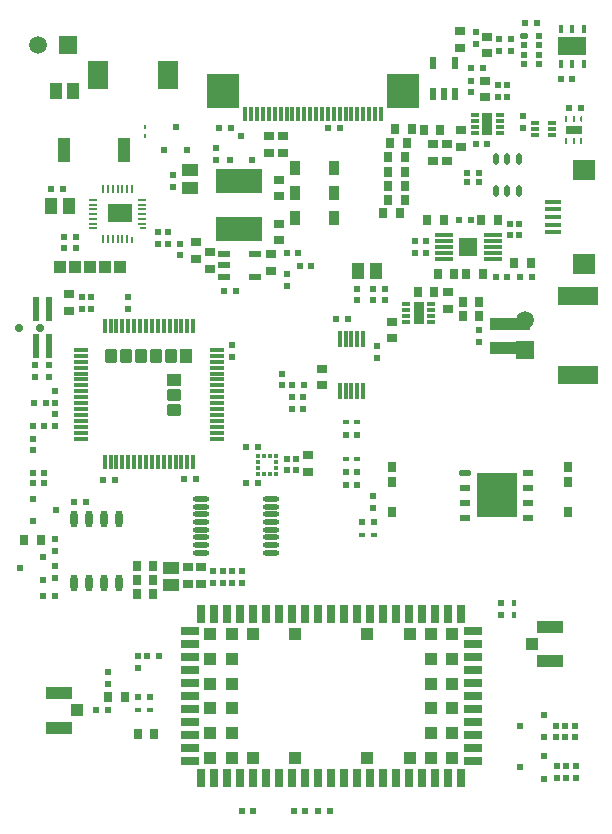
<source format=gbr>
%TF.GenerationSoftware,Altium Limited,Altium Designer,21.2.2 (38)*%
G04 Layer_Color=255*
%FSLAX45Y45*%
%MOMM*%
%TF.SameCoordinates,EE3A7C27-349B-46B6-A90B-2B7A9072729B*%
%TF.FilePolarity,Positive*%
%TF.FileFunction,Pads,Top*%
%TF.Part,Single*%
G01*
G75*
%TA.AperFunction,SMDPad,CuDef*%
%ADD11R,0.90000X0.80000*%
%ADD12R,0.80000X0.90000*%
%ADD13O,0.50000X1.00000*%
%ADD14R,0.30000X1.45000*%
%ADD15R,0.60000X0.50000*%
%ADD16R,1.10000X1.40000*%
%ADD17R,0.37500X0.35000*%
%ADD18R,0.35000X0.37500*%
%ADD19R,0.50000X0.60000*%
%ADD20O,0.60000X1.45000*%
%ADD21R,0.50000X0.30000*%
%ADD22R,0.70000X0.30000*%
%ADD23R,0.95000X1.95000*%
%ADD24R,3.50000X1.00000*%
%ADD25R,3.40000X1.50000*%
%TA.AperFunction,ConnectorPad*%
%ADD26R,1.35000X0.40000*%
%ADD27R,1.90000X1.80000*%
%TA.AperFunction,SMDPad,CuDef*%
G04:AMPARAMS|DCode=28|XSize=0.5mm|YSize=0.25mm|CornerRadius=0.0625mm|HoleSize=0mm|Usage=FLASHONLY|Rotation=90.000|XOffset=0mm|YOffset=0mm|HoleType=Round|Shape=RoundedRectangle|*
%AMROUNDEDRECTD28*
21,1,0.50000,0.12500,0,0,90.0*
21,1,0.37500,0.25000,0,0,90.0*
1,1,0.12500,0.06250,0.18750*
1,1,0.12500,0.06250,-0.18750*
1,1,0.12500,-0.06250,-0.18750*
1,1,0.12500,-0.06250,0.18750*
%
%ADD28ROUNDEDRECTD28*%
%ADD29R,0.25000X0.50000*%
%ADD30R,1.35000X0.65000*%
%ADD31R,0.67000X0.30000*%
%ADD32R,0.40000X0.80000*%
%ADD33R,2.40000X1.50000*%
G04:AMPARAMS|DCode=34|XSize=0.5mm|YSize=0.6mm|CornerRadius=0mm|HoleSize=0mm|Usage=FLASHONLY|Rotation=270.000|XOffset=0mm|YOffset=0mm|HoleType=Round|Shape=Octagon|*
%AMOCTAGOND34*
4,1,8,0.30000,0.12500,0.30000,-0.12500,0.17500,-0.25000,-0.17500,-0.25000,-0.30000,-0.12500,-0.30000,0.12500,-0.17500,0.25000,0.17500,0.25000,0.30000,0.12500,0.0*
%
%ADD34OCTAGOND34*%

%ADD35R,0.60000X1.10000*%
%ADD36R,2.70000X3.00000*%
%ADD37R,0.30000X1.20000*%
%ADD38R,1.40000X1.10000*%
%ADD39R,4.00000X2.00000*%
%ADD40R,1.10000X0.60000*%
%ADD41R,0.55000X2.00000*%
%ADD42R,1.00000X2.00000*%
%ADD43R,1.80000X2.40000*%
%TA.AperFunction,BGAPad,CuDef*%
%ADD44R,1.10000X1.10000*%
%TA.AperFunction,SMDPad,CuDef*%
%ADD45R,0.80000X1.50000*%
%ADD46R,1.50000X0.80000*%
%ADD47R,0.30000X1.20000*%
%ADD48R,1.20000X0.30000*%
%ADD49R,0.30000X0.50000*%
%ADD50R,0.90000X1.20000*%
%ADD51R,0.50000X0.20000*%
%ADD52R,0.65000X0.20000*%
%ADD53R,0.20000X0.50000*%
%ADD54R,0.20000X0.65000*%
%ADD55R,2.00000X1.50000*%
%ADD56R,0.25000X0.36000*%
%ADD57R,1.60000X0.30000*%
%ADD58R,1.60000X1.60000*%
%ADD59R,0.80000X0.90000*%
%ADD60R,2.20000X1.05000*%
%ADD61R,1.05000X1.00000*%
%ADD62O,1.40000X0.45000*%
G04:AMPARAMS|DCode=63|XSize=0.96mm|YSize=0.5mm|CornerRadius=0.125mm|HoleSize=0mm|Usage=FLASHONLY|Rotation=0.000|XOffset=0mm|YOffset=0mm|HoleType=Round|Shape=RoundedRectangle|*
%AMROUNDEDRECTD63*
21,1,0.96000,0.25000,0,0,0.0*
21,1,0.71000,0.50000,0,0,0.0*
1,1,0.25000,0.35500,-0.12500*
1,1,0.25000,-0.35500,-0.12500*
1,1,0.25000,-0.35500,0.12500*
1,1,0.25000,0.35500,0.12500*
%
%ADD63ROUNDEDRECTD63*%
%ADD64R,0.96000X0.50000*%
%ADD65R,3.40000X3.80000*%
%TA.AperFunction,ComponentPad*%
%ADD70C,0.70000*%
G04:AMPARAMS|DCode=71|XSize=1.2mm|YSize=1.1mm|CornerRadius=0.275mm|HoleSize=0mm|Usage=FLASHONLY|Rotation=0.000|XOffset=0mm|YOffset=0mm|HoleType=Round|Shape=RoundedRectangle|*
%AMROUNDEDRECTD71*
21,1,1.20000,0.55000,0,0,0.0*
21,1,0.65000,1.10000,0,0,0.0*
1,1,0.55000,0.32500,-0.27500*
1,1,0.55000,-0.32500,-0.27500*
1,1,0.55000,-0.32500,0.27500*
1,1,0.55000,0.32500,0.27500*
%
%ADD71ROUNDEDRECTD71*%
%ADD72R,1.20000X1.10000*%
G04:AMPARAMS|DCode=73|XSize=1.2mm|YSize=1.1mm|CornerRadius=0.275mm|HoleSize=0mm|Usage=FLASHONLY|Rotation=270.000|XOffset=0mm|YOffset=0mm|HoleType=Round|Shape=RoundedRectangle|*
%AMROUNDEDRECTD73*
21,1,1.20000,0.55000,0,0,270.0*
21,1,0.65000,1.10000,0,0,270.0*
1,1,0.55000,-0.27500,-0.32500*
1,1,0.55000,-0.27500,0.32500*
1,1,0.55000,0.27500,0.32500*
1,1,0.55000,0.27500,-0.32500*
%
%ADD73ROUNDEDRECTD73*%
%ADD74R,1.10000X1.20000*%
%ADD75C,1.50000*%
%ADD76R,1.50000X1.50000*%
G04:AMPARAMS|DCode=77|XSize=1.1mm|YSize=1.1mm|CornerRadius=0.275mm|HoleSize=0mm|Usage=FLASHONLY|Rotation=90.000|XOffset=0mm|YOffset=0mm|HoleType=Round|Shape=RoundedRectangle|*
%AMROUNDEDRECTD77*
21,1,1.10000,0.55000,0,0,90.0*
21,1,0.55000,1.10000,0,0,90.0*
1,1,0.55000,0.27500,0.27500*
1,1,0.55000,0.27500,-0.27500*
1,1,0.55000,-0.27500,-0.27500*
1,1,0.55000,-0.27500,0.27500*
%
%ADD77ROUNDEDRECTD77*%
%ADD78R,1.10000X1.10000*%
%ADD79R,1.50000X1.50000*%
D11*
X1570000Y4930000D02*
D03*
Y5070000D02*
D03*
X3580000Y5900000D02*
D03*
Y5760000D02*
D03*
X3700000Y5900000D02*
D03*
Y5760000D02*
D03*
X2640000Y3860000D02*
D03*
Y4000000D02*
D03*
X2520000Y3130000D02*
D03*
Y3270000D02*
D03*
X3230000Y4260000D02*
D03*
Y4400000D02*
D03*
X3710000Y4650000D02*
D03*
Y4510000D02*
D03*
X3820000Y5880000D02*
D03*
Y6020000D02*
D03*
X4040000Y6810000D02*
D03*
Y6670000D02*
D03*
X3810000Y6720000D02*
D03*
Y6860000D02*
D03*
X2209999Y4970001D02*
D03*
Y4830001D02*
D03*
X1690000Y4987500D02*
D03*
Y4847500D02*
D03*
X500000Y4630000D02*
D03*
Y4490000D02*
D03*
X2190000Y5830002D02*
D03*
Y5970002D02*
D03*
X2310000Y5830002D02*
D03*
Y5970002D02*
D03*
X2280000Y5600000D02*
D03*
Y5460000D02*
D03*
Y5230000D02*
D03*
Y5090000D02*
D03*
X1620000Y2180000D02*
D03*
Y2320000D02*
D03*
X1507500Y2180000D02*
D03*
Y2320000D02*
D03*
X4020000Y6440000D02*
D03*
Y6300000D02*
D03*
D12*
X1212500Y2090000D02*
D03*
X1072500D02*
D03*
X1212500Y2330000D02*
D03*
X1072500D02*
D03*
X1212450Y2210062D02*
D03*
X1072450D02*
D03*
X4130000Y5260000D02*
D03*
X3990000D02*
D03*
X3860000Y4800000D02*
D03*
X4000000D02*
D03*
X3450000Y4650000D02*
D03*
X3590000D02*
D03*
X260000Y2550000D02*
D03*
X120000D02*
D03*
X3970000Y4450000D02*
D03*
X3830000D02*
D03*
X3970000Y4570000D02*
D03*
X3830000D02*
D03*
X4410000Y4900000D02*
D03*
X4270000D02*
D03*
X3760000Y4800000D02*
D03*
X3620000D02*
D03*
X3530000Y5260000D02*
D03*
X3670000D02*
D03*
X3500000Y6020000D02*
D03*
X3640000D02*
D03*
X3400000Y6030000D02*
D03*
X3260000D02*
D03*
X3360000Y5910000D02*
D03*
X3220000D02*
D03*
X3340000Y5790000D02*
D03*
X3200000D02*
D03*
X3340000Y5670000D02*
D03*
X3200000D02*
D03*
X3340000Y5550000D02*
D03*
X3200000D02*
D03*
X3340000Y5430000D02*
D03*
X3200000D02*
D03*
X3300000Y5320000D02*
D03*
X3160000D02*
D03*
X970000Y1220000D02*
D03*
X830000D02*
D03*
X1220000Y910000D02*
D03*
X1080000D02*
D03*
D13*
X4115000Y5505000D02*
D03*
X4210000D02*
D03*
X4305000D02*
D03*
X4115000Y5775000D02*
D03*
X4210000D02*
D03*
X4305000D02*
D03*
D14*
X2790000Y4250000D02*
D03*
X2840000D02*
D03*
X2890000D02*
D03*
X2940000D02*
D03*
X2990000D02*
D03*
Y3810000D02*
D03*
X2940000D02*
D03*
X2890000D02*
D03*
X2840000D02*
D03*
X2790000D02*
D03*
D15*
X330000Y4030000D02*
D03*
Y3930000D02*
D03*
X4310000Y5130000D02*
D03*
Y5230000D02*
D03*
X4230000Y5130000D02*
D03*
Y5230000D02*
D03*
X3170000Y4680000D02*
D03*
Y4580000D02*
D03*
X2940000Y4680000D02*
D03*
Y4580000D02*
D03*
X3070000Y4680000D02*
D03*
Y4580000D02*
D03*
X2340000Y3240000D02*
D03*
Y3140000D02*
D03*
X2420000Y3240000D02*
D03*
Y3140000D02*
D03*
X210000Y4030000D02*
D03*
Y3930000D02*
D03*
X380000Y3810000D02*
D03*
Y3710000D02*
D03*
X190000Y2900000D02*
D03*
Y2710000D02*
D03*
X390000Y2805000D02*
D03*
X380000Y2560000D02*
D03*
Y2460000D02*
D03*
X280000Y2215000D02*
D03*
Y2405000D02*
D03*
X80000Y2310000D02*
D03*
X380000Y2330000D02*
D03*
Y2230000D02*
D03*
X4630000Y540000D02*
D03*
Y640000D02*
D03*
X4710000Y540000D02*
D03*
Y640000D02*
D03*
X4320000Y625000D02*
D03*
X4520000Y720000D02*
D03*
Y530000D02*
D03*
Y880000D02*
D03*
Y1070000D02*
D03*
X4320000Y975000D02*
D03*
X4620000Y980000D02*
D03*
Y880000D02*
D03*
X4700001Y980000D02*
D03*
Y880000D02*
D03*
X4790000Y540000D02*
D03*
Y640000D02*
D03*
X4780000Y980000D02*
D03*
Y880000D02*
D03*
X4160000Y2020000D02*
D03*
Y1920000D02*
D03*
X3070000Y2920000D02*
D03*
Y2820000D02*
D03*
X3110000Y4190000D02*
D03*
Y4090000D02*
D03*
X3970000Y4230000D02*
D03*
Y4330000D02*
D03*
X3520000Y4980000D02*
D03*
Y5080000D02*
D03*
X3430000D02*
D03*
Y4980000D02*
D03*
X4340000Y6040000D02*
D03*
Y6140000D02*
D03*
X4210000Y6300000D02*
D03*
Y6400000D02*
D03*
X3900000Y6440000D02*
D03*
Y6340000D02*
D03*
X4350000Y6740000D02*
D03*
Y6660000D02*
D03*
Y6580000D02*
D03*
X4477600D02*
D03*
Y6660000D02*
D03*
Y6740000D02*
D03*
Y6820000D02*
D03*
X4240000Y6690000D02*
D03*
Y6790000D02*
D03*
X4140000Y6690000D02*
D03*
Y6790000D02*
D03*
X3940000Y6750000D02*
D03*
Y6850000D02*
D03*
X1380000Y5640000D02*
D03*
Y5540000D02*
D03*
X1000000Y4610000D02*
D03*
Y4510000D02*
D03*
X685000D02*
D03*
Y4610000D02*
D03*
X605000Y4510000D02*
D03*
Y4610000D02*
D03*
X560000Y5120000D02*
D03*
Y5020001D02*
D03*
X460000Y5120000D02*
D03*
Y5020001D02*
D03*
X4130000Y6300000D02*
D03*
Y6400000D02*
D03*
X1440000Y4960001D02*
D03*
Y5060001D02*
D03*
X1250000Y5160001D02*
D03*
Y5060001D02*
D03*
X1340000Y5160001D02*
D03*
Y5060001D02*
D03*
X2340000Y4800000D02*
D03*
Y4700000D02*
D03*
X2480000Y3760000D02*
D03*
Y3660000D02*
D03*
X2300000Y3860000D02*
D03*
Y3960000D02*
D03*
X2390000Y3760000D02*
D03*
Y3660000D02*
D03*
X1740000Y5770002D02*
D03*
Y5870002D02*
D03*
X830000Y1430000D02*
D03*
Y1330000D02*
D03*
X1720000Y2290000D02*
D03*
Y2190000D02*
D03*
X1960000Y2290000D02*
D03*
Y2190000D02*
D03*
X1080000Y1470000D02*
D03*
Y1570000D02*
D03*
X1800000Y2190000D02*
D03*
Y2290000D02*
D03*
X1880000D02*
D03*
Y2190000D02*
D03*
X380000Y3520000D02*
D03*
Y3620000D02*
D03*
X190000Y3410000D02*
D03*
Y3310000D02*
D03*
X1880000Y4100000D02*
D03*
Y4200000D02*
D03*
D16*
X2945000Y4830000D02*
D03*
X3095000D02*
D03*
X345000Y5380000D02*
D03*
X495000D02*
D03*
X385000Y6355000D02*
D03*
X535000D02*
D03*
D17*
X2100000Y3260000D02*
D03*
Y3110000D02*
D03*
X2252500D02*
D03*
Y3260000D02*
D03*
X2100000Y3160000D02*
D03*
Y3210000D02*
D03*
X2252500Y3160000D02*
D03*
Y3210000D02*
D03*
D18*
X2151250Y3261250D02*
D03*
X2201250D02*
D03*
X2151250Y3108750D02*
D03*
X2201250D02*
D03*
D19*
X300000Y3710000D02*
D03*
X200000D02*
D03*
X1570000Y3070000D02*
D03*
X1470000D02*
D03*
X890000Y3060000D02*
D03*
X790000D02*
D03*
X640000Y2870000D02*
D03*
X540000D02*
D03*
X190000Y3120000D02*
D03*
X290000D02*
D03*
Y3030000D02*
D03*
X190000D02*
D03*
X380000Y2080000D02*
D03*
X280000D02*
D03*
X2940000Y3019999D02*
D03*
X2840000D02*
D03*
X2840000Y3439999D02*
D03*
X2940000D02*
D03*
X4210000Y4780000D02*
D03*
X4110000D02*
D03*
X4320000D02*
D03*
X4420000D02*
D03*
X3800000Y5260000D02*
D03*
X3900000D02*
D03*
X3870000Y5580000D02*
D03*
X3970000D02*
D03*
X3870000Y5660000D02*
D03*
X3970000D02*
D03*
X4040000Y5900000D02*
D03*
X3940000D02*
D03*
X4660000Y6450000D02*
D03*
X4760000D02*
D03*
X4830000Y6210000D02*
D03*
X4730000D02*
D03*
X3900000Y6550000D02*
D03*
X4000000D02*
D03*
X4460000Y6930000D02*
D03*
X4360000D02*
D03*
X2690000Y6040000D02*
D03*
X2790000D02*
D03*
X1810000Y4660000D02*
D03*
X1910000D02*
D03*
X350000Y5520000D02*
D03*
X450000D02*
D03*
X1770000Y6040000D02*
D03*
X1870000D02*
D03*
X1955000Y5970002D02*
D03*
X2050000Y5770002D02*
D03*
X1860000D02*
D03*
X1400000Y6050000D02*
D03*
X1495000Y5850000D02*
D03*
X1305000D02*
D03*
X2450000Y4870000D02*
D03*
X2550000D02*
D03*
X2340000Y4980000D02*
D03*
X2440000D02*
D03*
X2390000Y3860000D02*
D03*
X2490000D02*
D03*
X2000000Y3030000D02*
D03*
X2100000D02*
D03*
X730000Y1110000D02*
D03*
X830000D02*
D03*
X2060000Y260000D02*
D03*
X1960000D02*
D03*
X2400000D02*
D03*
X2500000D02*
D03*
X2710000D02*
D03*
X2610000D02*
D03*
X1160000Y1570000D02*
D03*
X1260000D02*
D03*
X1180000Y1220000D02*
D03*
X1080000D02*
D03*
X2940000Y3129999D02*
D03*
X2840000D02*
D03*
X3080000Y2700000D02*
D03*
X2980000D02*
D03*
X289999Y3520000D02*
D03*
X190000D02*
D03*
X2860000Y4420000D02*
D03*
X2760000D02*
D03*
X2100000Y3340000D02*
D03*
X2000000D02*
D03*
D20*
X539500Y2187500D02*
D03*
X666500D02*
D03*
X793500D02*
D03*
X920500D02*
D03*
X539500Y2732500D02*
D03*
X666500D02*
D03*
X793500D02*
D03*
X920500D02*
D03*
D21*
X3080000Y2590000D02*
D03*
X2980000D02*
D03*
X2940000Y3239999D02*
D03*
X2840000D02*
D03*
X2840000Y3550000D02*
D03*
X2940000D02*
D03*
X1180000Y1110000D02*
D03*
X1080000D02*
D03*
D22*
X3564999Y4395000D02*
D03*
X3354999D02*
D03*
X3564999Y4545000D02*
D03*
Y4495000D02*
D03*
Y4445000D02*
D03*
X3354999Y4545000D02*
D03*
Y4445000D02*
D03*
Y4495000D02*
D03*
X3935000Y6145000D02*
D03*
X4145000D02*
D03*
X3935000Y5995000D02*
D03*
Y6045000D02*
D03*
Y6095000D02*
D03*
X4145000Y5995000D02*
D03*
Y6095000D02*
D03*
Y6045000D02*
D03*
D23*
X3459999Y4470000D02*
D03*
X4040000Y6070000D02*
D03*
D24*
X4230000Y4380000D02*
D03*
Y4180000D02*
D03*
D25*
X4805000Y4615000D02*
D03*
Y3945000D02*
D03*
D26*
X4592500Y5285000D02*
D03*
Y5350000D02*
D03*
Y5415000D02*
D03*
Y5220000D02*
D03*
Y5155000D02*
D03*
D27*
X4860000Y4885000D02*
D03*
Y5685000D02*
D03*
D28*
X4835000Y6115000D02*
D03*
D29*
X4770000D02*
D03*
X4705000D02*
D03*
Y5925000D02*
D03*
X4770000D02*
D03*
X4835000D02*
D03*
D30*
X4770000Y6020000D02*
D03*
D31*
X4590000Y5980000D02*
D03*
Y6030000D02*
D03*
Y6080000D02*
D03*
X4440000D02*
D03*
Y6030000D02*
D03*
Y5980000D02*
D03*
D32*
X4860000Y6880000D02*
D03*
X4760000D02*
D03*
X4660000D02*
D03*
X4860000Y6580000D02*
D03*
X4760000D02*
D03*
X4660000D02*
D03*
D33*
X4760000Y6730000D02*
D03*
D34*
X4350000Y6820000D02*
D03*
D35*
X3580000Y6330000D02*
D03*
X3675000D02*
D03*
X3770000D02*
D03*
Y6590000D02*
D03*
X3580000D02*
D03*
D36*
X1800000Y6350000D02*
D03*
X3330000D02*
D03*
D37*
X1990000Y6160000D02*
D03*
X2040000D02*
D03*
X2090000D02*
D03*
X2140000D02*
D03*
X2190000D02*
D03*
X2240000D02*
D03*
X2290000D02*
D03*
X2340000D02*
D03*
X2390000D02*
D03*
X2440000D02*
D03*
X2490000D02*
D03*
X2540000D02*
D03*
X2590000D02*
D03*
X2640000D02*
D03*
X2690000D02*
D03*
X2740000D02*
D03*
X2790000D02*
D03*
X2840000D02*
D03*
X2890000D02*
D03*
X2940000D02*
D03*
X2990000D02*
D03*
X3040000D02*
D03*
X3090000D02*
D03*
X3140000D02*
D03*
D38*
X1520000Y5685000D02*
D03*
Y5535000D02*
D03*
X1365000Y2317500D02*
D03*
Y2167500D02*
D03*
D39*
X1940000Y5180002D02*
D03*
Y5590002D02*
D03*
D40*
X2069999Y4970001D02*
D03*
Y4780001D02*
D03*
X1809999D02*
D03*
Y4875001D02*
D03*
Y4970001D02*
D03*
D41*
X330000Y4190000D02*
D03*
Y4510000D02*
D03*
X220000Y4190000D02*
D03*
Y4510000D02*
D03*
D42*
X460000Y5850000D02*
D03*
X960000D02*
D03*
D43*
X740000Y6490000D02*
D03*
X1340000D02*
D03*
D44*
X1695000Y705000D02*
D03*
Y915000D02*
D03*
Y1125000D02*
D03*
Y1335000D02*
D03*
Y1545000D02*
D03*
Y1755000D02*
D03*
X1875000Y705000D02*
D03*
Y915000D02*
D03*
Y1125000D02*
D03*
Y1335000D02*
D03*
Y1545000D02*
D03*
Y1755000D02*
D03*
X2055000Y705000D02*
D03*
Y1755000D02*
D03*
X2415000Y705000D02*
D03*
Y1755000D02*
D03*
X3025000Y705000D02*
D03*
Y1755000D02*
D03*
X3385000Y705000D02*
D03*
Y1755000D02*
D03*
X3565000Y705000D02*
D03*
Y915000D02*
D03*
Y1125000D02*
D03*
Y1335000D02*
D03*
Y1545000D02*
D03*
Y1755000D02*
D03*
X3745000Y705000D02*
D03*
Y915000D02*
D03*
Y1125000D02*
D03*
Y1335000D02*
D03*
Y1545000D02*
D03*
Y1755000D02*
D03*
D45*
X1620000Y535000D02*
D03*
X1730000D02*
D03*
X1840000D02*
D03*
X1950000D02*
D03*
X2060000D02*
D03*
X2170000D02*
D03*
X2280000D02*
D03*
X2390000D02*
D03*
X2500000D02*
D03*
X2610000D02*
D03*
X2720000D02*
D03*
X2830000D02*
D03*
X2940000D02*
D03*
X3050000D02*
D03*
X3160000D02*
D03*
X3270000D02*
D03*
X3380000D02*
D03*
X3490000D02*
D03*
X3600000D02*
D03*
X3710000D02*
D03*
X3820000D02*
D03*
Y1925000D02*
D03*
X3710000D02*
D03*
X3600000D02*
D03*
X3490000D02*
D03*
X3380000D02*
D03*
X3270000D02*
D03*
X3160000D02*
D03*
X3050000D02*
D03*
X2940000D02*
D03*
X2830000D02*
D03*
X2720000D02*
D03*
X2610000D02*
D03*
X2500000D02*
D03*
X2390000D02*
D03*
X2280000D02*
D03*
X2170000D02*
D03*
X2060000D02*
D03*
X1950000D02*
D03*
X1840000D02*
D03*
X1730000D02*
D03*
X1620000D02*
D03*
D46*
X3915000Y680000D02*
D03*
Y790000D02*
D03*
Y900000D02*
D03*
Y1010000D02*
D03*
Y1120000D02*
D03*
Y1230000D02*
D03*
Y1340000D02*
D03*
Y1450000D02*
D03*
Y1560000D02*
D03*
Y1670000D02*
D03*
Y1780000D02*
D03*
X1525000Y1779999D02*
D03*
Y1669999D02*
D03*
Y1560000D02*
D03*
Y1450000D02*
D03*
Y1340000D02*
D03*
Y1230000D02*
D03*
Y1120000D02*
D03*
Y1010000D02*
D03*
Y899999D02*
D03*
Y790000D02*
D03*
Y680000D02*
D03*
D47*
X850000Y4360000D02*
D03*
X900000D02*
D03*
X950000D02*
D03*
X1000000D02*
D03*
X1050000D02*
D03*
X1100000D02*
D03*
X1150000D02*
D03*
X1200000D02*
D03*
X1250000D02*
D03*
X1300000D02*
D03*
X1350000D02*
D03*
X1400000D02*
D03*
X1450000D02*
D03*
X1500000D02*
D03*
X1550000D02*
D03*
Y3210000D02*
D03*
X1500000D02*
D03*
X1450000D02*
D03*
X1400000D02*
D03*
X1350000D02*
D03*
X1300000D02*
D03*
X1250000D02*
D03*
X1200000D02*
D03*
X1150000D02*
D03*
X1100000D02*
D03*
X1050000D02*
D03*
X1000000D02*
D03*
X950000D02*
D03*
X900000D02*
D03*
X850000D02*
D03*
X800000Y3209999D02*
D03*
Y4360000D02*
D03*
D48*
X1750000Y4160000D02*
D03*
Y4110000D02*
D03*
Y4060000D02*
D03*
Y4010000D02*
D03*
Y3960000D02*
D03*
Y3910000D02*
D03*
Y3860000D02*
D03*
Y3810000D02*
D03*
Y3760000D02*
D03*
Y3710000D02*
D03*
Y3660000D02*
D03*
Y3610000D02*
D03*
Y3560000D02*
D03*
Y3510000D02*
D03*
Y3460000D02*
D03*
Y3410000D02*
D03*
X600000Y3410000D02*
D03*
Y3510000D02*
D03*
Y3459999D02*
D03*
Y3709999D02*
D03*
Y3660000D02*
D03*
Y3610000D02*
D03*
Y3910000D02*
D03*
Y3860000D02*
D03*
Y3809999D02*
D03*
Y4110000D02*
D03*
Y4059999D02*
D03*
Y4010000D02*
D03*
Y3959999D02*
D03*
Y3760000D02*
D03*
Y3559999D02*
D03*
Y4160000D02*
D03*
D49*
X4270000Y1920000D02*
D03*
Y2020000D02*
D03*
D50*
X2410000Y5490002D02*
D03*
X2740000D02*
D03*
Y5700002D02*
D03*
X2410000D02*
D03*
Y5280002D02*
D03*
X2740000D02*
D03*
D51*
X1127500Y5190001D02*
D03*
D52*
X1120000Y5430001D02*
D03*
Y5390001D02*
D03*
Y5350000D02*
D03*
Y5310001D02*
D03*
Y5270001D02*
D03*
Y5230000D02*
D03*
X700000Y5190001D02*
D03*
Y5230000D02*
D03*
Y5270001D02*
D03*
Y5310001D02*
D03*
Y5350000D02*
D03*
Y5390001D02*
D03*
Y5430001D02*
D03*
D53*
X1030000Y5092501D02*
D03*
D54*
X990000Y5100000D02*
D03*
X950000D02*
D03*
X910000D02*
D03*
X870000D02*
D03*
X830000D02*
D03*
X790000D02*
D03*
Y5520001D02*
D03*
X830000D02*
D03*
X870000D02*
D03*
X1030000D02*
D03*
X990000D02*
D03*
X950000D02*
D03*
X910000D02*
D03*
D55*
X930000Y5320001D02*
D03*
D56*
X1140000Y6050000D02*
D03*
Y5970000D02*
D03*
D57*
X4090000Y4930000D02*
D03*
Y4980000D02*
D03*
Y5030000D02*
D03*
Y5080000D02*
D03*
Y5130000D02*
D03*
X3670000D02*
D03*
Y5080000D02*
D03*
Y5030000D02*
D03*
Y4980000D02*
D03*
Y4930000D02*
D03*
D58*
X3880000Y5030000D02*
D03*
D59*
X3233000Y2789000D02*
D03*
Y3043000D02*
D03*
Y3167000D02*
D03*
X4727000Y2789000D02*
D03*
Y3043000D02*
D03*
Y3167000D02*
D03*
D60*
X4570000Y1817500D02*
D03*
Y1522500D02*
D03*
X410000Y962500D02*
D03*
Y1257500D02*
D03*
D61*
X4417500Y1670000D02*
D03*
X562500Y1110000D02*
D03*
D62*
X1615000Y2897500D02*
D03*
Y2832500D02*
D03*
Y2767500D02*
D03*
Y2702500D02*
D03*
Y2637500D02*
D03*
Y2572500D02*
D03*
Y2507500D02*
D03*
Y2442500D02*
D03*
X2205000Y2897500D02*
D03*
Y2832500D02*
D03*
Y2767500D02*
D03*
Y2702500D02*
D03*
Y2637500D02*
D03*
Y2572500D02*
D03*
Y2507500D02*
D03*
Y2442500D02*
D03*
D63*
X3850000Y3120000D02*
D03*
D64*
Y2739000D02*
D03*
Y2993000D02*
D03*
Y2866000D02*
D03*
X4385000Y2739000D02*
D03*
Y2866000D02*
D03*
Y2993000D02*
D03*
Y3120000D02*
D03*
D65*
X4120000Y2930000D02*
D03*
D70*
X252500Y4350000D02*
D03*
X72500D02*
D03*
D71*
X1390000Y3780000D02*
D03*
Y3653000D02*
D03*
D72*
Y3907000D02*
D03*
D73*
X1364000Y4110000D02*
D03*
X1110000D02*
D03*
X1237000D02*
D03*
X856000D02*
D03*
X983000D02*
D03*
D74*
X1491000D02*
D03*
D75*
X4360000Y4410000D02*
D03*
X236000Y6740000D02*
D03*
D76*
X4360000Y4156000D02*
D03*
D77*
X931000Y4865000D02*
D03*
X804000D02*
D03*
X677000D02*
D03*
X550000D02*
D03*
D78*
X423000D02*
D03*
D79*
X490000Y6740000D02*
D03*
%TF.MD5,1ce1ded8928c392ac06218b4d94ffa52*%
M02*

</source>
